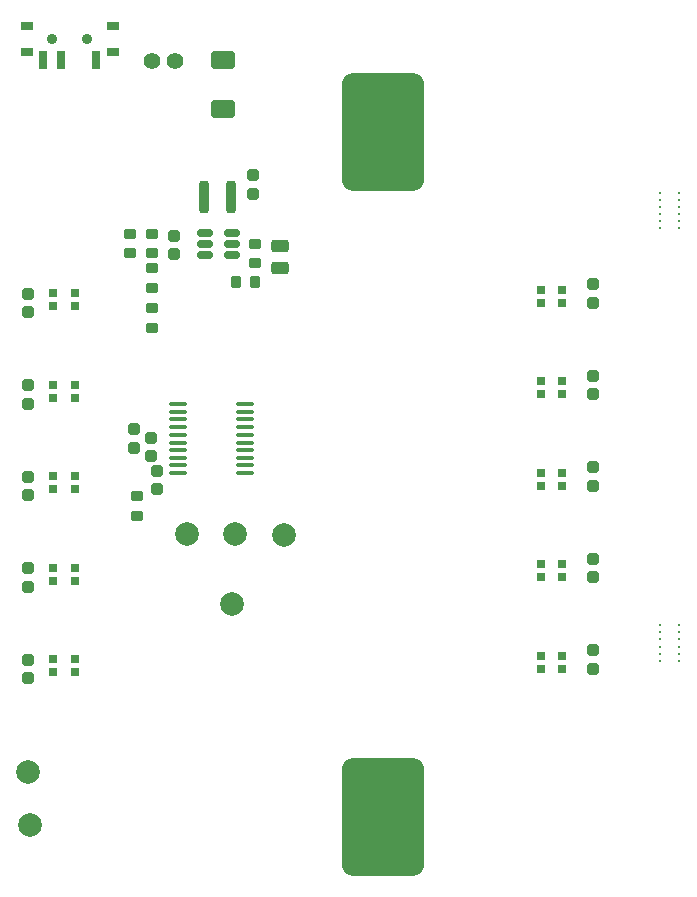
<source format=gbr>
%TF.GenerationSoftware,KiCad,Pcbnew,9.0.3*%
%TF.CreationDate,2025-11-04T21:30:19+11:00*%
%TF.ProjectId,test_project,74657374-5f70-4726-9f6a-6563742e6b69,rev?*%
%TF.SameCoordinates,Original*%
%TF.FileFunction,Soldermask,Top*%
%TF.FilePolarity,Negative*%
%FSLAX46Y46*%
G04 Gerber Fmt 4.6, Leading zero omitted, Abs format (unit mm)*
G04 Created by KiCad (PCBNEW 9.0.3) date 2025-11-04 21:30:19*
%MOMM*%
%LPD*%
G01*
G04 APERTURE LIST*
G04 Aperture macros list*
%AMRoundRect*
0 Rectangle with rounded corners*
0 $1 Rounding radius*
0 $2 $3 $4 $5 $6 $7 $8 $9 X,Y pos of 4 corners*
0 Add a 4 corners polygon primitive as box body*
4,1,4,$2,$3,$4,$5,$6,$7,$8,$9,$2,$3,0*
0 Add four circle primitives for the rounded corners*
1,1,$1+$1,$2,$3*
1,1,$1+$1,$4,$5*
1,1,$1+$1,$6,$7*
1,1,$1+$1,$8,$9*
0 Add four rect primitives between the rounded corners*
20,1,$1+$1,$2,$3,$4,$5,0*
20,1,$1+$1,$4,$5,$6,$7,0*
20,1,$1+$1,$6,$7,$8,$9,0*
20,1,$1+$1,$8,$9,$2,$3,0*%
G04 Aperture macros list end*
%ADD10R,1.000000X0.800000*%
%ADD11C,0.900000*%
%ADD12R,0.700000X1.500000*%
%ADD13C,2.000000*%
%ADD14RoundRect,0.244000X0.269000X-0.244000X0.269000X0.244000X-0.269000X0.244000X-0.269000X-0.244000X0*%
%ADD15RoundRect,0.035000X0.315000X-0.315000X0.315000X0.315000X-0.315000X0.315000X-0.315000X-0.315000X0*%
%ADD16RoundRect,0.244000X-0.269000X0.244000X-0.269000X-0.244000X0.269000X-0.244000X0.269000X0.244000X0*%
%ADD17RoundRect,0.200000X0.200000X1.150000X-0.200000X1.150000X-0.200000X-1.150000X0.200000X-1.150000X0*%
%ADD18RoundRect,0.219000X-0.294000X0.219000X-0.294000X-0.219000X0.294000X-0.219000X0.294000X0.219000X0*%
%ADD19RoundRect,0.219000X0.294000X-0.219000X0.294000X0.219000X-0.294000X0.219000X-0.294000X-0.219000X0*%
%ADD20RoundRect,0.035000X-0.315000X0.315000X-0.315000X-0.315000X0.315000X-0.315000X0.315000X0.315000X0*%
%ADD21RoundRect,1.050000X-2.450000X-3.950000X2.450000X-3.950000X2.450000X3.950000X-2.450000X3.950000X0*%
%ADD22RoundRect,0.287778X0.714222X-0.489222X0.714222X0.489222X-0.714222X0.489222X-0.714222X-0.489222X0*%
%ADD23C,0.300000*%
%ADD24RoundRect,0.150000X-0.512500X-0.150000X0.512500X-0.150000X0.512500X0.150000X-0.512500X0.150000X0*%
%ADD25RoundRect,0.269000X-0.494000X0.269000X-0.494000X-0.269000X0.494000X-0.269000X0.494000X0.269000X0*%
%ADD26RoundRect,0.100000X-0.640000X-0.100000X0.640000X-0.100000X0.640000X0.100000X-0.640000X0.100000X0*%
%ADD27C,1.400000*%
%ADD28RoundRect,0.219000X0.219000X0.294000X-0.219000X0.294000X-0.219000X-0.294000X0.219000X-0.294000X0*%
G04 APERTURE END LIST*
D10*
%TO.C,SW1*%
X127150000Y-66280000D03*
X127150000Y-64070000D03*
D11*
X125000000Y-65170000D03*
X122000000Y-65170000D03*
D10*
X119850000Y-66280000D03*
X119850000Y-64070000D03*
D12*
X125750000Y-66930000D03*
X122750000Y-66930000D03*
X121250000Y-66930000D03*
%TD*%
D13*
%TO.C,TP5*%
X141600000Y-107200000D03*
%TD*%
%TO.C,TP6*%
X137200000Y-113000000D03*
%TD*%
D14*
%TO.C,C5*%
X130400000Y-100480000D03*
X130400000Y-98920000D03*
%TD*%
%TO.C,C15*%
X167800000Y-93670000D03*
X167800000Y-95230000D03*
%TD*%
D15*
%TO.C,LED8*%
X165215000Y-101900000D03*
X165215000Y-103000000D03*
X163385000Y-103000000D03*
X163385000Y-101900000D03*
%TD*%
%TO.C,LED10*%
X165215000Y-86400000D03*
X165215000Y-87500000D03*
X163385000Y-87500000D03*
X163385000Y-86400000D03*
%TD*%
D14*
%TO.C,C10*%
X167800000Y-101420000D03*
X167800000Y-102980000D03*
%TD*%
D15*
%TO.C,LED6*%
X165215000Y-117400000D03*
X165215000Y-118500000D03*
X163385000Y-118500000D03*
X163385000Y-117400000D03*
%TD*%
D14*
%TO.C,C9*%
X167800000Y-109170000D03*
X167800000Y-110730000D03*
%TD*%
D15*
%TO.C,LED7*%
X165215000Y-109650000D03*
X165215000Y-110750000D03*
X163385000Y-110750000D03*
X163385000Y-109650000D03*
%TD*%
D14*
%TO.C,C11*%
X167800000Y-85920000D03*
X167800000Y-87480000D03*
%TD*%
D15*
%TO.C,LED9*%
X165215000Y-94150000D03*
X165215000Y-95250000D03*
X163385000Y-95250000D03*
X163385000Y-94150000D03*
%TD*%
D14*
%TO.C,C4*%
X167800000Y-116920000D03*
X167800000Y-118480000D03*
%TD*%
D16*
%TO.C,C12*%
X120000000Y-86720000D03*
X120000000Y-88280000D03*
%TD*%
D17*
%TO.C,L1*%
X137150000Y-78500000D03*
X134850000Y-78500000D03*
%TD*%
D16*
%TO.C,C16*%
X128900000Y-98220000D03*
X128900000Y-99780000D03*
%TD*%
D14*
%TO.C,C3*%
X132300000Y-83380000D03*
X132300000Y-81820000D03*
%TD*%
D18*
%TO.C,R1*%
X139200000Y-82480000D03*
X139200000Y-84120000D03*
%TD*%
D19*
%TO.C,R3*%
X128600000Y-83320000D03*
X128600000Y-81680000D03*
%TD*%
D20*
%TO.C,LED2*%
X123915000Y-95550000D03*
X123915000Y-94450000D03*
X122085000Y-94450000D03*
X122085000Y-95550000D03*
%TD*%
D21*
%TO.C,J1*%
X150000000Y-73000000D03*
X150000000Y-131000000D03*
%TD*%
D18*
%TO.C,R4*%
X130500000Y-81680000D03*
X130500000Y-83320000D03*
%TD*%
D22*
%TO.C,S1*%
X136500000Y-71075000D03*
X136500000Y-66925000D03*
%TD*%
D14*
%TO.C,C6*%
X130900000Y-103280000D03*
X130900000Y-101720000D03*
%TD*%
D16*
%TO.C,C13*%
X120000000Y-102220000D03*
X120000000Y-103780000D03*
%TD*%
D20*
%TO.C,LED3*%
X123915000Y-103300000D03*
X123915000Y-102200000D03*
X122085000Y-102200000D03*
X122085000Y-103300000D03*
%TD*%
D18*
%TO.C,R5*%
X130500000Y-87980000D03*
X130500000Y-89620000D03*
%TD*%
D16*
%TO.C,C8*%
X120000000Y-109970000D03*
X120000000Y-111530000D03*
%TD*%
D23*
%TO.C,M2*%
X173500000Y-78200000D03*
X173500000Y-78800000D03*
X173500000Y-79400000D03*
X173500000Y-80000000D03*
X173500000Y-80600000D03*
X173500000Y-81200000D03*
X175100000Y-78200000D03*
X175100000Y-78800000D03*
X175100000Y-79400000D03*
X175100000Y-80000000D03*
X175100000Y-80600000D03*
X175100000Y-81200000D03*
%TD*%
D16*
%TO.C,C7*%
X120000000Y-117720000D03*
X120000000Y-119280000D03*
%TD*%
D24*
%TO.C,U1*%
X134962500Y-81550000D03*
X134962500Y-82500000D03*
X134962500Y-83450000D03*
X137237500Y-83450000D03*
X137237500Y-82500000D03*
X137237500Y-81550000D03*
%TD*%
D14*
%TO.C,C1*%
X139000000Y-78280000D03*
X139000000Y-76720000D03*
%TD*%
D20*
%TO.C,LED5*%
X123915000Y-118800000D03*
X123915000Y-117700000D03*
X122085000Y-117700000D03*
X122085000Y-118800000D03*
%TD*%
D25*
%TO.C,C2*%
X141300000Y-82650000D03*
X141300000Y-84550000D03*
%TD*%
D23*
%TO.C,M1*%
X173500000Y-114800000D03*
X173500000Y-115400000D03*
X173500000Y-116000000D03*
X173500000Y-116600000D03*
X173500000Y-117200000D03*
X173500000Y-117800000D03*
X175100000Y-114800000D03*
X175100000Y-115400000D03*
X175100000Y-116000000D03*
X175100000Y-116600000D03*
X175100000Y-117200000D03*
X175100000Y-117800000D03*
%TD*%
D26*
%TO.C,U4*%
X132640000Y-96080000D03*
X132640000Y-96730000D03*
X132640000Y-97380000D03*
X132640000Y-98030000D03*
X132640000Y-98670000D03*
X132640000Y-99330000D03*
X132640000Y-99970000D03*
X132640000Y-100620000D03*
X132640000Y-101270000D03*
X132640000Y-101920000D03*
X138360000Y-101920000D03*
X138360000Y-101270000D03*
X138360000Y-100620000D03*
X138360000Y-99970000D03*
X138360000Y-99330000D03*
X138360000Y-98670000D03*
X138360000Y-98030000D03*
X138360000Y-97380000D03*
X138360000Y-96730000D03*
X138360000Y-96080000D03*
%TD*%
D20*
%TO.C,LED4*%
X123915000Y-111050000D03*
X123915000Y-109950000D03*
X122085000Y-109950000D03*
X122085000Y-111050000D03*
%TD*%
D19*
%TO.C,R7*%
X129200000Y-105520000D03*
X129200000Y-103880000D03*
%TD*%
D27*
%TO.C,U2*%
X130500000Y-67000000D03*
X132400000Y-67000000D03*
%TD*%
D16*
%TO.C,C14*%
X120000000Y-94470000D03*
X120000000Y-96030000D03*
%TD*%
D19*
%TO.C,R6*%
X130500000Y-86220000D03*
X130500000Y-84580000D03*
%TD*%
D20*
%TO.C,LED1*%
X123915000Y-87800000D03*
X123915000Y-86700000D03*
X122085000Y-86700000D03*
X122085000Y-87800000D03*
%TD*%
D28*
%TO.C,R2*%
X139220000Y-85700000D03*
X137580000Y-85700000D03*
%TD*%
D13*
%TO.C,TP1*%
X137450000Y-107100000D03*
%TD*%
%TO.C,TP4*%
X120100000Y-131700000D03*
%TD*%
%TO.C,TP3*%
X120000000Y-127200000D03*
%TD*%
%TO.C,TP2*%
X133400000Y-107100000D03*
%TD*%
M02*

</source>
